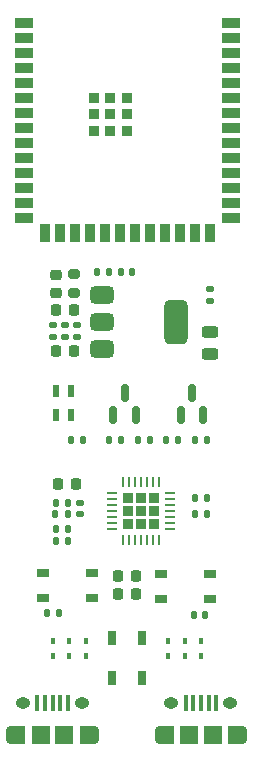
<source format=gbr>
%TF.GenerationSoftware,KiCad,Pcbnew,8.0.4*%
%TF.CreationDate,2024-10-28T14:32:02-07:00*%
%TF.ProjectId,aqp_controller,6171705f-636f-46e7-9472-6f6c6c65722e,rev0*%
%TF.SameCoordinates,Original*%
%TF.FileFunction,Paste,Top*%
%TF.FilePolarity,Positive*%
%FSLAX46Y46*%
G04 Gerber Fmt 4.6, Leading zero omitted, Abs format (unit mm)*
G04 Created by KiCad (PCBNEW 8.0.4) date 2024-10-28 14:32:02*
%MOMM*%
%LPD*%
G01*
G04 APERTURE LIST*
G04 Aperture macros list*
%AMRoundRect*
0 Rectangle with rounded corners*
0 $1 Rounding radius*
0 $2 $3 $4 $5 $6 $7 $8 $9 X,Y pos of 4 corners*
0 Add a 4 corners polygon primitive as box body*
4,1,4,$2,$3,$4,$5,$6,$7,$8,$9,$2,$3,0*
0 Add four circle primitives for the rounded corners*
1,1,$1+$1,$2,$3*
1,1,$1+$1,$4,$5*
1,1,$1+$1,$6,$7*
1,1,$1+$1,$8,$9*
0 Add four rect primitives between the rounded corners*
20,1,$1+$1,$2,$3,$4,$5,0*
20,1,$1+$1,$4,$5,$6,$7,0*
20,1,$1+$1,$6,$7,$8,$9,0*
20,1,$1+$1,$8,$9,$2,$3,0*%
G04 Aperture macros list end*
%ADD10RoundRect,0.140000X-0.170000X0.140000X-0.170000X-0.140000X0.170000X-0.140000X0.170000X0.140000X0*%
%ADD11RoundRect,0.150000X0.150000X-0.587500X0.150000X0.587500X-0.150000X0.587500X-0.150000X-0.587500X0*%
%ADD12R,0.400000X0.480000*%
%ADD13RoundRect,0.225000X-0.225000X0.225000X-0.225000X-0.225000X0.225000X-0.225000X0.225000X0.225000X0*%
%ADD14RoundRect,0.062500X-0.062500X0.337500X-0.062500X-0.337500X0.062500X-0.337500X0.062500X0.337500X0*%
%ADD15RoundRect,0.062500X-0.337500X0.062500X-0.337500X-0.062500X0.337500X-0.062500X0.337500X0.062500X0*%
%ADD16RoundRect,0.375000X-0.625000X-0.375000X0.625000X-0.375000X0.625000X0.375000X-0.625000X0.375000X0*%
%ADD17RoundRect,0.500000X-0.500000X-1.400000X0.500000X-1.400000X0.500000X1.400000X-0.500000X1.400000X0*%
%ADD18RoundRect,0.140000X0.170000X-0.140000X0.170000X0.140000X-0.170000X0.140000X-0.170000X-0.140000X0*%
%ADD19RoundRect,0.135000X-0.135000X-0.185000X0.135000X-0.185000X0.135000X0.185000X-0.135000X0.185000X0*%
%ADD20RoundRect,0.225000X-0.225000X-0.250000X0.225000X-0.250000X0.225000X0.250000X-0.225000X0.250000X0*%
%ADD21RoundRect,0.140000X-0.140000X-0.170000X0.140000X-0.170000X0.140000X0.170000X-0.140000X0.170000X0*%
%ADD22R,1.050000X0.650000*%
%ADD23RoundRect,0.225000X-0.250000X0.225000X-0.250000X-0.225000X0.250000X-0.225000X0.250000X0.225000X0*%
%ADD24R,0.600000X1.000000*%
%ADD25R,0.730000X1.210000*%
%ADD26O,0.890000X1.550000*%
%ADD27O,1.250000X0.950000*%
%ADD28R,0.400000X1.350000*%
%ADD29R,1.200000X1.550000*%
%ADD30R,1.500000X1.550000*%
%ADD31RoundRect,0.135000X0.135000X0.185000X-0.135000X0.185000X-0.135000X-0.185000X0.135000X-0.185000X0*%
%ADD32RoundRect,0.200000X-0.275000X0.200000X-0.275000X-0.200000X0.275000X-0.200000X0.275000X0.200000X0*%
%ADD33RoundRect,0.243750X0.456250X-0.243750X0.456250X0.243750X-0.456250X0.243750X-0.456250X-0.243750X0*%
%ADD34R,0.900000X0.900000*%
%ADD35R,1.500000X0.900000*%
%ADD36R,0.900000X1.500000*%
%ADD37RoundRect,0.135000X0.185000X-0.135000X0.185000X0.135000X-0.185000X0.135000X-0.185000X-0.135000X0*%
G04 APERTURE END LIST*
D10*
%TO.C,C8*%
X142200000Y-104640000D03*
X142200000Y-105600000D03*
%TD*%
D11*
%TO.C,Q2*%
X145300000Y-112225000D03*
X147200000Y-112225000D03*
X146250000Y-110350000D03*
%TD*%
D12*
%TO.C,D4*%
X142950000Y-132670000D03*
X142950000Y-131350000D03*
%TD*%
D13*
%TO.C,U3*%
X148735353Y-119230000D03*
X147615353Y-119230000D03*
X146495353Y-119230000D03*
X148735353Y-120350000D03*
X147615353Y-120350000D03*
X146495353Y-120350000D03*
X148735353Y-121470000D03*
X147615353Y-121470000D03*
X146495353Y-121470000D03*
D14*
X149115353Y-117900000D03*
X148615353Y-117900000D03*
X148115353Y-117900000D03*
X147615353Y-117900000D03*
X147115353Y-117900000D03*
X146615353Y-117900000D03*
X146115353Y-117900000D03*
D15*
X145165353Y-118850000D03*
X145165353Y-119350000D03*
X145165353Y-119850000D03*
X145165353Y-120350000D03*
X145165353Y-120850000D03*
X145165353Y-121350000D03*
X145165353Y-121850000D03*
D14*
X146115353Y-122800000D03*
X146615353Y-122800000D03*
X147115353Y-122800000D03*
X147615353Y-122800000D03*
X148115353Y-122800000D03*
X148615353Y-122800000D03*
X149115353Y-122800000D03*
D15*
X150065353Y-121850000D03*
X150065353Y-121350000D03*
X150065353Y-120850000D03*
X150065353Y-120350000D03*
X150065353Y-119850000D03*
X150065353Y-119350000D03*
X150065353Y-118850000D03*
%TD*%
D16*
%TO.C,U2*%
X144300000Y-102050000D03*
X144300000Y-104350000D03*
D17*
X150600000Y-104350000D03*
D16*
X144300000Y-106650000D03*
%TD*%
D18*
%TO.C,C12*%
X142440615Y-120615490D03*
X142440615Y-119655490D03*
%TD*%
D19*
%TO.C,R12*%
X152180000Y-114350000D03*
X153200000Y-114350000D03*
%TD*%
D20*
%TO.C,C15*%
X145695000Y-125850000D03*
X147245000Y-125850000D03*
%TD*%
D21*
%TO.C,C13*%
X139691932Y-129030993D03*
X140651932Y-129030993D03*
%TD*%
D22*
%TO.C,SW1*%
X143475000Y-127725000D03*
X139325000Y-127725000D03*
X143475000Y-125575000D03*
X139325000Y-125575000D03*
%TD*%
D23*
%TO.C,C1*%
X140450000Y-100350000D03*
X140450000Y-101900000D03*
%TD*%
D19*
%TO.C,R5*%
X143930000Y-100100000D03*
X144950000Y-100100000D03*
%TD*%
D24*
%TO.C,D6*%
X140400000Y-112223311D03*
X141700000Y-112223311D03*
X141700000Y-110223311D03*
X140400000Y-110223311D03*
%TD*%
D21*
%TO.C,C14*%
X152121812Y-129149624D03*
X153081812Y-129149624D03*
%TD*%
D20*
%TO.C,C3*%
X145695000Y-127350000D03*
X147245000Y-127350000D03*
%TD*%
D19*
%TO.C,R16*%
X140395786Y-121888701D03*
X141415786Y-121888701D03*
%TD*%
D25*
%TO.C,D7*%
X147700000Y-131100000D03*
X147700000Y-134460000D03*
%TD*%
%TO.C,D1*%
X145200000Y-131100000D03*
X145200000Y-134460000D03*
%TD*%
D19*
%TO.C,R13*%
X144930000Y-114350000D03*
X145950000Y-114350000D03*
%TD*%
D20*
%TO.C,C11*%
X140565353Y-118100000D03*
X142115353Y-118100000D03*
%TD*%
D12*
%TO.C,D9*%
X151325000Y-132670000D03*
X151325000Y-131350000D03*
%TD*%
D26*
%TO.C,J2*%
X136650000Y-139300000D03*
D27*
X137650000Y-136600000D03*
X142650000Y-136600000D03*
D26*
X143650000Y-139300000D03*
D28*
X138850000Y-136600000D03*
X139500000Y-136600000D03*
X140150000Y-136600000D03*
X140800000Y-136600000D03*
X141450000Y-136600000D03*
D29*
X137250000Y-139300000D03*
D30*
X139150000Y-139300000D03*
X141150000Y-139300000D03*
D29*
X143050000Y-139300000D03*
%TD*%
D12*
%TO.C,D8*%
X149950000Y-132670000D03*
X149950000Y-131350000D03*
%TD*%
D21*
%TO.C,C6*%
X145950000Y-100100000D03*
X146910000Y-100100000D03*
%TD*%
D11*
%TO.C,Q1*%
X151000000Y-112225000D03*
X152900000Y-112225000D03*
X151950000Y-110350000D03*
%TD*%
D19*
%TO.C,R18*%
X140393754Y-119651116D03*
X141413754Y-119651116D03*
%TD*%
%TO.C,R7*%
X152197275Y-119298884D03*
X153217275Y-119298884D03*
%TD*%
D31*
%TO.C,R14*%
X141415786Y-122888701D03*
X140395786Y-122888701D03*
%TD*%
D32*
%TO.C,R24*%
X141946456Y-100284979D03*
X141946456Y-101934979D03*
%TD*%
D26*
%TO.C,J4*%
X149200000Y-139300000D03*
D27*
X150200000Y-136600000D03*
X155200000Y-136600000D03*
D26*
X156200000Y-139300000D03*
D28*
X151400000Y-136600000D03*
X152050000Y-136600000D03*
X152700000Y-136600000D03*
X153350000Y-136600000D03*
X154000000Y-136600000D03*
D29*
X149800000Y-139300000D03*
D30*
X151700000Y-139300000D03*
X153700000Y-139300000D03*
D29*
X155600000Y-139300000D03*
%TD*%
D10*
%TO.C,C2*%
X140200000Y-104640000D03*
X140200000Y-105600000D03*
%TD*%
D33*
%TO.C,D5*%
X153450000Y-107100000D03*
X153450000Y-105225000D03*
%TD*%
D19*
%TO.C,R19*%
X140390637Y-120651116D03*
X141410637Y-120651116D03*
%TD*%
D12*
%TO.C,D3*%
X141575000Y-132670000D03*
X141575000Y-131350000D03*
%TD*%
%TO.C,D2*%
X140200000Y-132670000D03*
X140200000Y-131350000D03*
%TD*%
D20*
%TO.C,C7*%
X140435167Y-106846563D03*
X141985167Y-106846563D03*
%TD*%
%TO.C,C10*%
X140425000Y-103350000D03*
X141975000Y-103350000D03*
%TD*%
D19*
%TO.C,R8*%
X147346666Y-114350000D03*
X148366666Y-114350000D03*
%TD*%
%TO.C,R10*%
X149763332Y-114350000D03*
X150783332Y-114350000D03*
%TD*%
D31*
%TO.C,R17*%
X142700000Y-114350000D03*
X141680000Y-114350000D03*
%TD*%
D34*
%TO.C,U4*%
X143616938Y-85360000D03*
X143616938Y-86760000D03*
X143616938Y-88160000D03*
X145016938Y-85360000D03*
X145016938Y-86760000D03*
X145016938Y-88160000D03*
X146416938Y-85360000D03*
X146416938Y-86760000D03*
X146416938Y-88160000D03*
D35*
X137766938Y-79040000D03*
X137766938Y-80310000D03*
X137766938Y-81580000D03*
X137766938Y-82850000D03*
X137766938Y-84120000D03*
X137766938Y-85390000D03*
X137766938Y-86660000D03*
X137766938Y-87930000D03*
X137766938Y-89200000D03*
X137766938Y-90470000D03*
X137766938Y-91740000D03*
X137766938Y-93010000D03*
X137766938Y-94280000D03*
X137766938Y-95550000D03*
D36*
X139531938Y-96800000D03*
X140801938Y-96800000D03*
X142071938Y-96800000D03*
X143341938Y-96800000D03*
X144611938Y-96800000D03*
X145881938Y-96800000D03*
X147151938Y-96800000D03*
X148421938Y-96800000D03*
X149691938Y-96800000D03*
X150961938Y-96800000D03*
X152231938Y-96800000D03*
X153501938Y-96800000D03*
D35*
X155266938Y-95550000D03*
X155266938Y-94280000D03*
X155266938Y-93010000D03*
X155266938Y-91740000D03*
X155266938Y-90470000D03*
X155266938Y-89200000D03*
X155266938Y-87930000D03*
X155266938Y-86660000D03*
X155266938Y-85390000D03*
X155266938Y-84120000D03*
X155266938Y-82850000D03*
X155266938Y-81580000D03*
X155266938Y-80310000D03*
X155266938Y-79040000D03*
%TD*%
D37*
%TO.C,R11*%
X153450000Y-102600000D03*
X153450000Y-101580000D03*
%TD*%
D22*
%TO.C,SW2*%
X149325000Y-125700000D03*
X153475000Y-125700000D03*
X149325000Y-127850000D03*
X153475000Y-127850000D03*
%TD*%
D19*
%TO.C,R9*%
X152197275Y-120600000D03*
X153217275Y-120600000D03*
%TD*%
D10*
%TO.C,C9*%
X141200000Y-104640000D03*
X141200000Y-105600000D03*
%TD*%
D12*
%TO.C,D10*%
X152700000Y-132670000D03*
X152700000Y-131350000D03*
%TD*%
M02*

</source>
